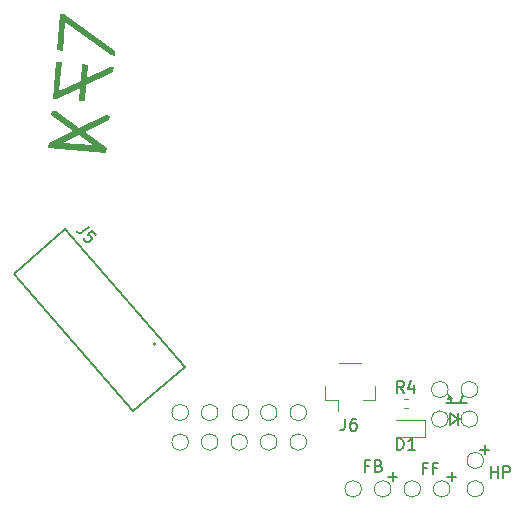
<source format=gbr>
%TF.GenerationSoftware,KiCad,Pcbnew,(7.0.0)*%
%TF.CreationDate,2023-05-27T11:40:30+01:00*%
%TF.ProjectId,right,72696768-742e-46b6-9963-61645f706362,rev?*%
%TF.SameCoordinates,Original*%
%TF.FileFunction,Legend,Top*%
%TF.FilePolarity,Positive*%
%FSLAX46Y46*%
G04 Gerber Fmt 4.6, Leading zero omitted, Abs format (unit mm)*
G04 Created by KiCad (PCBNEW (7.0.0)) date 2023-05-27 11:40:30*
%MOMM*%
%LPD*%
G01*
G04 APERTURE LIST*
%ADD10C,0.150000*%
%ADD11C,0.300000*%
%ADD12C,0.120000*%
%ADD13C,0.200000*%
G04 APERTURE END LIST*
D10*
X64700000Y-91000000D02*
X64900000Y-91100000D01*
X64800000Y-92400000D02*
X64800000Y-93400000D01*
X64800000Y-93400000D02*
X65400000Y-92900000D01*
X64700000Y-91000000D02*
X64600000Y-91200000D01*
X65400000Y-93400000D02*
X65400000Y-92400000D01*
X64400000Y-91500000D02*
X66200000Y-91500000D01*
X64800000Y-92900000D02*
X64600000Y-92900000D01*
X65600000Y-91500000D02*
X64900000Y-91500000D01*
X65400000Y-92900000D02*
X64800000Y-92400000D01*
X64900000Y-91500000D02*
X64600000Y-90800000D01*
X65900000Y-90900000D02*
X65600000Y-91500000D01*
X65400000Y-92900000D02*
X65700000Y-92900000D01*
X59538095Y-97801428D02*
X60300000Y-97801428D01*
X59919047Y-98182380D02*
X59919047Y-97420476D01*
X68238095Y-97882380D02*
X68238095Y-96882380D01*
X68238095Y-97358571D02*
X68809523Y-97358571D01*
X68809523Y-97882380D02*
X68809523Y-96882380D01*
X69285714Y-97882380D02*
X69285714Y-96882380D01*
X69285714Y-96882380D02*
X69666666Y-96882380D01*
X69666666Y-96882380D02*
X69761904Y-96930000D01*
X69761904Y-96930000D02*
X69809523Y-96977619D01*
X69809523Y-96977619D02*
X69857142Y-97072857D01*
X69857142Y-97072857D02*
X69857142Y-97215714D01*
X69857142Y-97215714D02*
X69809523Y-97310952D01*
X69809523Y-97310952D02*
X69761904Y-97358571D01*
X69761904Y-97358571D02*
X69666666Y-97406190D01*
X69666666Y-97406190D02*
X69285714Y-97406190D01*
X57871428Y-96858571D02*
X57538095Y-96858571D01*
X57538095Y-97382380D02*
X57538095Y-96382380D01*
X57538095Y-96382380D02*
X58014285Y-96382380D01*
X58728571Y-96858571D02*
X58871428Y-96906190D01*
X58871428Y-96906190D02*
X58919047Y-96953809D01*
X58919047Y-96953809D02*
X58966666Y-97049047D01*
X58966666Y-97049047D02*
X58966666Y-97191904D01*
X58966666Y-97191904D02*
X58919047Y-97287142D01*
X58919047Y-97287142D02*
X58871428Y-97334761D01*
X58871428Y-97334761D02*
X58776190Y-97382380D01*
X58776190Y-97382380D02*
X58395238Y-97382380D01*
X58395238Y-97382380D02*
X58395238Y-96382380D01*
X58395238Y-96382380D02*
X58728571Y-96382380D01*
X58728571Y-96382380D02*
X58823809Y-96430000D01*
X58823809Y-96430000D02*
X58871428Y-96477619D01*
X58871428Y-96477619D02*
X58919047Y-96572857D01*
X58919047Y-96572857D02*
X58919047Y-96668095D01*
X58919047Y-96668095D02*
X58871428Y-96763333D01*
X58871428Y-96763333D02*
X58823809Y-96810952D01*
X58823809Y-96810952D02*
X58728571Y-96858571D01*
X58728571Y-96858571D02*
X58395238Y-96858571D01*
D11*
G36*
X36415144Y-61710093D02*
G01*
X32088620Y-58603990D01*
X31746765Y-58574082D01*
X31474183Y-61689710D01*
X31987574Y-61734626D01*
X32199062Y-59317307D01*
X36060641Y-62090973D01*
X36379382Y-62118860D01*
X36415144Y-61710093D01*
G37*
G36*
X36294765Y-63086031D02*
G01*
X35971158Y-63057719D01*
X34017820Y-64002374D01*
X34114677Y-62895297D01*
X33601285Y-62850382D01*
X33477607Y-64264033D01*
X31691789Y-65115466D01*
X31902958Y-62701797D01*
X31389566Y-62656881D01*
X31116984Y-65772510D01*
X31452757Y-65801886D01*
X33425560Y-64858934D01*
X33328703Y-65966010D01*
X33842095Y-66010926D01*
X33965773Y-64597275D01*
X36259322Y-63491147D01*
X36294765Y-63086031D01*
G37*
G36*
X31372034Y-66808626D02*
G01*
X31381766Y-66809477D01*
X33380920Y-68255617D01*
X35609337Y-67179342D01*
X35934160Y-67207760D01*
X35898611Y-67614093D01*
X33856175Y-68596311D01*
X35696383Y-69925571D01*
X35658279Y-70361102D01*
X30753080Y-69931953D01*
X30789907Y-69511021D01*
X30829953Y-69491557D01*
X31996649Y-69491557D01*
X34527108Y-69712944D01*
X33328873Y-68850518D01*
X31996649Y-69491557D01*
X30829953Y-69491557D01*
X32852507Y-68508501D01*
X30994689Y-67170345D01*
X31028962Y-66778611D01*
X31372034Y-66808626D01*
G37*
D10*
X67338095Y-95501428D02*
X68100000Y-95501428D01*
X67719047Y-95882380D02*
X67719047Y-95120476D01*
X64538095Y-97801428D02*
X65300000Y-97801428D01*
X64919047Y-98182380D02*
X64919047Y-97420476D01*
X62771428Y-97058571D02*
X62438095Y-97058571D01*
X62438095Y-97582380D02*
X62438095Y-96582380D01*
X62438095Y-96582380D02*
X62914285Y-96582380D01*
X63628571Y-97058571D02*
X63295238Y-97058571D01*
X63295238Y-97582380D02*
X63295238Y-96582380D01*
X63295238Y-96582380D02*
X63771428Y-96582380D01*
%TO.C,D1*%
X60261905Y-95497380D02*
X60261905Y-94497380D01*
X60261905Y-94497380D02*
X60500000Y-94497380D01*
X60500000Y-94497380D02*
X60642857Y-94545000D01*
X60642857Y-94545000D02*
X60738095Y-94640238D01*
X60738095Y-94640238D02*
X60785714Y-94735476D01*
X60785714Y-94735476D02*
X60833333Y-94925952D01*
X60833333Y-94925952D02*
X60833333Y-95068809D01*
X60833333Y-95068809D02*
X60785714Y-95259285D01*
X60785714Y-95259285D02*
X60738095Y-95354523D01*
X60738095Y-95354523D02*
X60642857Y-95449761D01*
X60642857Y-95449761D02*
X60500000Y-95497380D01*
X60500000Y-95497380D02*
X60261905Y-95497380D01*
X61785714Y-95497380D02*
X61214286Y-95497380D01*
X61500000Y-95497380D02*
X61500000Y-94497380D01*
X61500000Y-94497380D02*
X61404762Y-94640238D01*
X61404762Y-94640238D02*
X61309524Y-94735476D01*
X61309524Y-94735476D02*
X61214286Y-94783095D01*
%TO.C,J6*%
X55867771Y-92866800D02*
X55866524Y-93581084D01*
X55866524Y-93581084D02*
X55818656Y-93723858D01*
X55818656Y-93723858D02*
X55723252Y-93818930D01*
X55723252Y-93818930D02*
X55580311Y-93866299D01*
X55580311Y-93866299D02*
X55485074Y-93866133D01*
X56772531Y-92868379D02*
X56582056Y-92868046D01*
X56582056Y-92868046D02*
X56486734Y-92915499D01*
X56486734Y-92915499D02*
X56439032Y-92963035D01*
X56439032Y-92963035D02*
X56343545Y-93105726D01*
X56343545Y-93105726D02*
X56295594Y-93296118D01*
X56295594Y-93296118D02*
X56294929Y-93677070D01*
X56294929Y-93677070D02*
X56342382Y-93772391D01*
X56342382Y-93772391D02*
X56389917Y-93820093D01*
X56389917Y-93820093D02*
X56485072Y-93867879D01*
X56485072Y-93867879D02*
X56675548Y-93868211D01*
X56675548Y-93868211D02*
X56770869Y-93820758D01*
X56770869Y-93820758D02*
X56818571Y-93773222D01*
X56818571Y-93773222D02*
X56866356Y-93678068D01*
X56866356Y-93678068D02*
X56866772Y-93439973D01*
X56866772Y-93439973D02*
X56819319Y-93344652D01*
X56819319Y-93344652D02*
X56771783Y-93296950D01*
X56771783Y-93296950D02*
X56676629Y-93249164D01*
X56676629Y-93249164D02*
X56486153Y-93248832D01*
X56486153Y-93248832D02*
X56390832Y-93296285D01*
X56390832Y-93296285D02*
X56343130Y-93343820D01*
X56343130Y-93343820D02*
X56295344Y-93438975D01*
%TO.C,R4*%
X60833333Y-90667380D02*
X60500000Y-90191190D01*
X60261905Y-90667380D02*
X60261905Y-89667380D01*
X60261905Y-89667380D02*
X60642857Y-89667380D01*
X60642857Y-89667380D02*
X60738095Y-89715000D01*
X60738095Y-89715000D02*
X60785714Y-89762619D01*
X60785714Y-89762619D02*
X60833333Y-89857857D01*
X60833333Y-89857857D02*
X60833333Y-90000714D01*
X60833333Y-90000714D02*
X60785714Y-90095952D01*
X60785714Y-90095952D02*
X60738095Y-90143571D01*
X60738095Y-90143571D02*
X60642857Y-90191190D01*
X60642857Y-90191190D02*
X60261905Y-90191190D01*
X61690476Y-90000714D02*
X61690476Y-90667380D01*
X61452381Y-89619761D02*
X61214286Y-90334047D01*
X61214286Y-90334047D02*
X61833333Y-90334047D01*
%TO.C,J5*%
X34158757Y-76633394D02*
X33619678Y-77102008D01*
X33619678Y-77102008D02*
X33480622Y-77159792D01*
X33480622Y-77159792D02*
X33346263Y-77150397D01*
X33346263Y-77150397D02*
X33216602Y-77073822D01*
X33216602Y-77073822D02*
X33154120Y-77001945D01*
X34783575Y-77352165D02*
X34471166Y-76992780D01*
X34471166Y-76992780D02*
X34080540Y-77269250D01*
X34080540Y-77269250D02*
X34147719Y-77273948D01*
X34147719Y-77273948D02*
X34246139Y-77314584D01*
X34246139Y-77314584D02*
X34402344Y-77494277D01*
X34402344Y-77494277D02*
X34428887Y-77597395D01*
X34428887Y-77597395D02*
X34424189Y-77664574D01*
X34424189Y-77664574D02*
X34383553Y-77762995D01*
X34383553Y-77762995D02*
X34203861Y-77919199D01*
X34203861Y-77919199D02*
X34100743Y-77945743D01*
X34100743Y-77945743D02*
X34033563Y-77941045D01*
X34033563Y-77941045D02*
X33935143Y-77900409D01*
X33935143Y-77900409D02*
X33778938Y-77720716D01*
X33778938Y-77720716D02*
X33752395Y-77617598D01*
X33752395Y-77617598D02*
X33757093Y-77550418D01*
D12*
%TO.C,D1*%
X62660000Y-94435000D02*
X62660000Y-92965000D01*
X62660000Y-92965000D02*
X60200000Y-92965000D01*
X60200000Y-94435000D02*
X62660000Y-94435000D01*
%TO.C,TP8*%
X42612115Y-92347962D02*
G75*
G03*
X42612115Y-92347962I-700000J0D01*
G01*
%TO.C,TP16*%
X47612115Y-94847963D02*
G75*
G03*
X47612115Y-94847963I-700000J0D01*
G01*
%TO.C,TP13*%
X47712115Y-92347962D02*
G75*
G03*
X47712115Y-92347962I-700000J0D01*
G01*
%TO.C,TP17*%
X64600000Y-92900000D02*
G75*
G03*
X64600000Y-92900000I-700000J0D01*
G01*
%TO.C,TP18*%
X67100000Y-92900000D02*
G75*
G03*
X67100000Y-92900000I-700000J0D01*
G01*
%TO.C,TP3*%
X59760237Y-98808576D02*
G75*
G03*
X59760237Y-98808576I-700000J0D01*
G01*
%TO.C,TP19*%
X64600000Y-90400000D02*
G75*
G03*
X64600000Y-90400000I-700000J0D01*
G01*
%TO.C,TP1*%
X64760236Y-98808576D02*
G75*
G03*
X64760236Y-98808576I-700000J0D01*
G01*
%TO.C,TP7*%
X50112115Y-92347962D02*
G75*
G03*
X50112115Y-92347962I-700000J0D01*
G01*
%TO.C,TP6*%
X67600000Y-98800000D02*
G75*
G03*
X67600000Y-98800000I-700000J0D01*
G01*
%TO.C,TP9*%
X52612115Y-92347962D02*
G75*
G03*
X52612115Y-92347962I-700000J0D01*
G01*
%TO.C,TP15*%
X45112115Y-94847963D02*
G75*
G03*
X45112115Y-94847963I-700000J0D01*
G01*
%TO.C,TP12*%
X42612115Y-94847963D02*
G75*
G03*
X42612115Y-94847963I-700000J0D01*
G01*
%TO.C,J6*%
X54199836Y-90103011D02*
X54197829Y-91253010D01*
X54197829Y-91253010D02*
X55247827Y-91254842D01*
X55247827Y-91254842D02*
X55246099Y-92244841D01*
X55373273Y-88135056D02*
X57253270Y-88138338D01*
X58419830Y-90110377D02*
X58417822Y-91260375D01*
X58417822Y-91260375D02*
X57367824Y-91258542D01*
%TO.C,TP5*%
X67600000Y-96400000D02*
G75*
G03*
X67600000Y-96400000I-700000J0D01*
G01*
%TO.C,TP4*%
X57260236Y-98808576D02*
G75*
G03*
X57260236Y-98808576I-700000J0D01*
G01*
%TO.C,TP20*%
X67100000Y-90400000D02*
G75*
G03*
X67100000Y-90400000I-700000J0D01*
G01*
%TO.C,TP2*%
X62260237Y-98808576D02*
G75*
G03*
X62260237Y-98808576I-700000J0D01*
G01*
%TO.C,TP14*%
X45112115Y-92347962D02*
G75*
G03*
X45112115Y-92347962I-700000J0D01*
G01*
%TO.C,R4*%
X61167621Y-91980000D02*
X60832379Y-91980000D01*
X61167621Y-91220000D02*
X60832379Y-91220000D01*
D13*
%TO.C,J5*%
X32192254Y-76819384D02*
X42302124Y-88449458D01*
X27814938Y-80624526D02*
X32192254Y-76819384D01*
X42302124Y-88449458D02*
X37924808Y-92254600D01*
X37924808Y-92254600D02*
X27814938Y-80624526D01*
X39836764Y-86565326D02*
G75*
G03*
X39836764Y-86565326I-100000J0D01*
G01*
D12*
%TO.C,TP11*%
X50112115Y-94847963D02*
G75*
G03*
X50112115Y-94847963I-700000J0D01*
G01*
%TO.C,TP10*%
X52612115Y-94847963D02*
G75*
G03*
X52612115Y-94847963I-700000J0D01*
G01*
%TD*%
M02*

</source>
